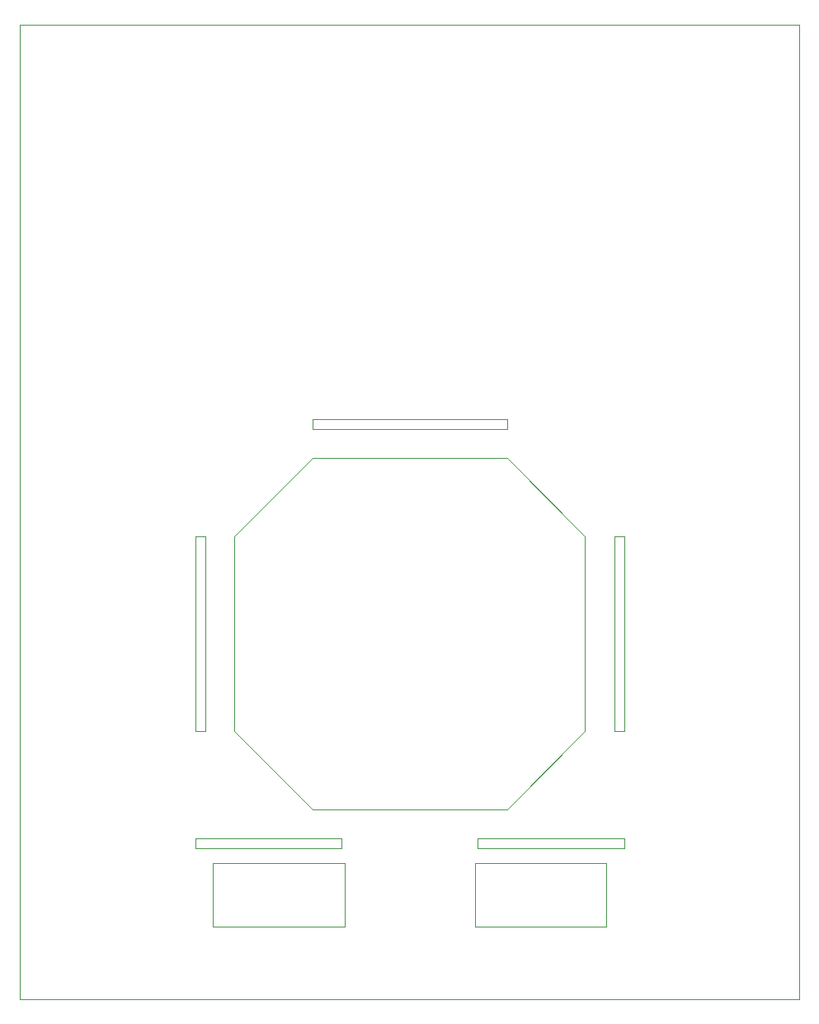
<source format=gbr>
%TF.GenerationSoftware,KiCad,Pcbnew,(6.0.7)*%
%TF.CreationDate,2022-09-24T23:46:27+02:00*%
%TF.ProjectId,airstream_controller,61697273-7472-4656-916d-5f636f6e7472,rev?*%
%TF.SameCoordinates,Original*%
%TF.FileFunction,Profile,NP*%
%FSLAX46Y46*%
G04 Gerber Fmt 4.6, Leading zero omitted, Abs format (unit mm)*
G04 Created by KiCad (PCBNEW (6.0.7)) date 2022-09-24 23:46:27*
%MOMM*%
%LPD*%
G01*
G04 APERTURE LIST*
%TA.AperFunction,Profile*%
%ADD10C,0.100000*%
%TD*%
%TA.AperFunction,Profile*%
%ADD11C,0.120000*%
%TD*%
G04 APERTURE END LIST*
D10*
X78000000Y-72500000D02*
X70000000Y-64500000D01*
X50000000Y-64500000D02*
X42000000Y-72500000D01*
X39000000Y-92500000D02*
X38000000Y-92500000D01*
X38000000Y-92500000D02*
X38000000Y-72500000D01*
X38000000Y-72500000D02*
X39000000Y-72500000D01*
X39000000Y-72500000D02*
X39000000Y-92500000D01*
X70000000Y-64500000D02*
X50000000Y-64500000D01*
X67000000Y-103500000D02*
X82000000Y-103500000D01*
X82000000Y-103500000D02*
X82000000Y-104500000D01*
X82000000Y-104500000D02*
X67000000Y-104500000D01*
X67000000Y-104500000D02*
X67000000Y-103500000D01*
X20000000Y-20000000D02*
X100000000Y-20000000D01*
X100000000Y-20000000D02*
X100000000Y-120000000D01*
X100000000Y-120000000D02*
X20000000Y-120000000D01*
X20000000Y-120000000D02*
X20000000Y-20000000D01*
X50000000Y-100500000D02*
X70000000Y-100500000D01*
X70000000Y-61500000D02*
X50000000Y-61500000D01*
X50000000Y-61500000D02*
X50000000Y-60500000D01*
X50000000Y-60500000D02*
X70000000Y-60500000D01*
X70000000Y-60500000D02*
X70000000Y-61500000D01*
X42000000Y-72500000D02*
X42000000Y-92500000D01*
X38000000Y-103500000D02*
X53000000Y-103500000D01*
X53000000Y-103500000D02*
X53000000Y-104500000D01*
X53000000Y-104500000D02*
X38000000Y-104500000D01*
X38000000Y-104500000D02*
X38000000Y-103500000D01*
X78000000Y-92500000D02*
X78000000Y-72500000D01*
X81000000Y-92500000D02*
X82000000Y-92500000D01*
X82000000Y-92500000D02*
X82000000Y-72500000D01*
X82000000Y-72500000D02*
X81000000Y-72500000D01*
X81000000Y-72500000D02*
X81000000Y-92500000D01*
X70000000Y-100500000D02*
X78000000Y-92500000D01*
X42000000Y-92500000D02*
X50000000Y-100500000D01*
D11*
%TO.C,U7*%
X66705000Y-106050000D02*
X80205000Y-106050000D01*
X80205000Y-106050000D02*
X80205000Y-112550000D01*
X80205000Y-112550000D02*
X66705000Y-112550000D01*
X66705000Y-112550000D02*
X66705000Y-106050000D01*
%TO.C,U8*%
X39805000Y-106050000D02*
X53305000Y-106050000D01*
X53305000Y-106050000D02*
X53305000Y-112550000D01*
X53305000Y-112550000D02*
X39805000Y-112550000D01*
X39805000Y-112550000D02*
X39805000Y-106050000D01*
%TD*%
M02*

</source>
